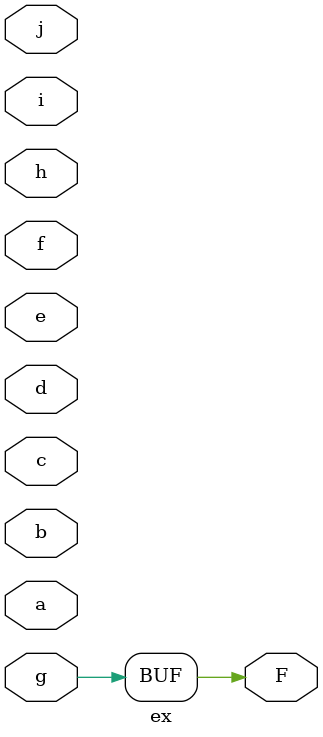
<source format=v>

module ex ( 
    a, b, c, d, e, f, g, h, i, j,
    F  );
  input  a, b, c, d, e, f, g, h, i, j;
  output F;
  assign F = g;
endmodule



</source>
